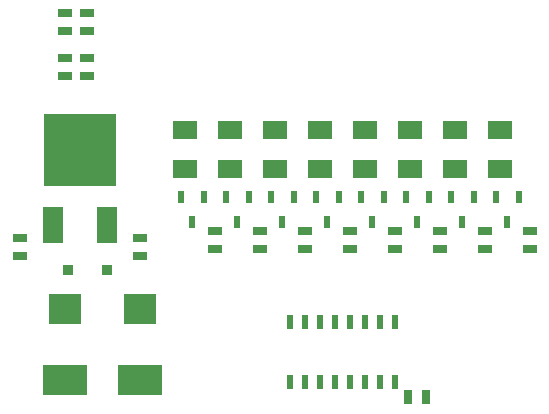
<source format=gtp>
G04 (created by PCBNEW (2013-may-18)-stable) date Thu 01 May 2014 09:07:56 PM CEST*
%MOIN*%
G04 Gerber Fmt 3.4, Leading zero omitted, Abs format*
%FSLAX34Y34*%
G01*
G70*
G90*
G04 APERTURE LIST*
%ADD10C,0.00590551*%
%ADD11R,0.1063X0.1004*%
%ADD12R,0.1496X0.1004*%
%ADD13R,0.0236X0.0394*%
%ADD14R,0.0335X0.0335*%
%ADD15R,0.02X0.045*%
%ADD16R,0.08X0.06*%
%ADD17R,0.045X0.025*%
%ADD18R,0.025X0.045*%
%ADD19R,0.065X0.12*%
%ADD20R,0.24X0.24*%
G04 APERTURE END LIST*
G54D10*
G54D11*
X44000Y-23819D03*
G54D12*
X44000Y-26181D03*
G54D13*
X47625Y-20084D03*
X47250Y-20916D03*
X46875Y-20084D03*
X56625Y-20084D03*
X56250Y-20916D03*
X55875Y-20084D03*
X49125Y-20084D03*
X48750Y-20916D03*
X48375Y-20084D03*
X55125Y-20084D03*
X54750Y-20916D03*
X54375Y-20084D03*
X46125Y-20084D03*
X45750Y-20916D03*
X45375Y-20084D03*
X53625Y-20084D03*
X53250Y-20916D03*
X52875Y-20084D03*
X52125Y-20084D03*
X51750Y-20916D03*
X51375Y-20084D03*
X50625Y-20084D03*
X50250Y-20916D03*
X49875Y-20084D03*
G54D14*
X41591Y-22500D03*
X42909Y-22500D03*
G54D15*
X52500Y-24250D03*
X52000Y-24250D03*
X51500Y-24250D03*
X51000Y-24250D03*
X50500Y-24250D03*
X50000Y-24250D03*
X49500Y-24250D03*
X49000Y-24250D03*
X49000Y-26250D03*
X49500Y-26250D03*
X50000Y-26250D03*
X50500Y-26250D03*
X51000Y-26250D03*
X51500Y-26250D03*
X52000Y-26250D03*
X52500Y-26250D03*
G54D16*
X51500Y-19150D03*
X51500Y-17850D03*
X48500Y-19150D03*
X48500Y-17850D03*
X50000Y-19150D03*
X50000Y-17850D03*
X47000Y-19150D03*
X47000Y-17850D03*
X53000Y-19150D03*
X53000Y-17850D03*
X54500Y-19150D03*
X54500Y-17850D03*
X56000Y-19150D03*
X56000Y-17850D03*
X45500Y-19150D03*
X45500Y-17850D03*
G54D17*
X42250Y-16050D03*
X42250Y-15450D03*
X57000Y-21200D03*
X57000Y-21800D03*
X40000Y-21450D03*
X40000Y-22050D03*
X55500Y-21200D03*
X55500Y-21800D03*
X54000Y-21200D03*
X54000Y-21800D03*
X52500Y-21200D03*
X52500Y-21800D03*
X42250Y-14550D03*
X42250Y-13950D03*
X41500Y-16050D03*
X41500Y-15450D03*
X51000Y-21200D03*
X51000Y-21800D03*
X41500Y-14550D03*
X41500Y-13950D03*
G54D18*
X52950Y-26750D03*
X53550Y-26750D03*
G54D17*
X49500Y-21200D03*
X49500Y-21800D03*
X46500Y-21200D03*
X46500Y-21800D03*
X48000Y-21200D03*
X48000Y-21800D03*
G54D19*
X41100Y-21000D03*
G54D20*
X42000Y-18500D03*
G54D19*
X42900Y-21000D03*
G54D11*
X41500Y-23819D03*
G54D12*
X41500Y-26181D03*
G54D17*
X44000Y-21450D03*
X44000Y-22050D03*
M02*

</source>
